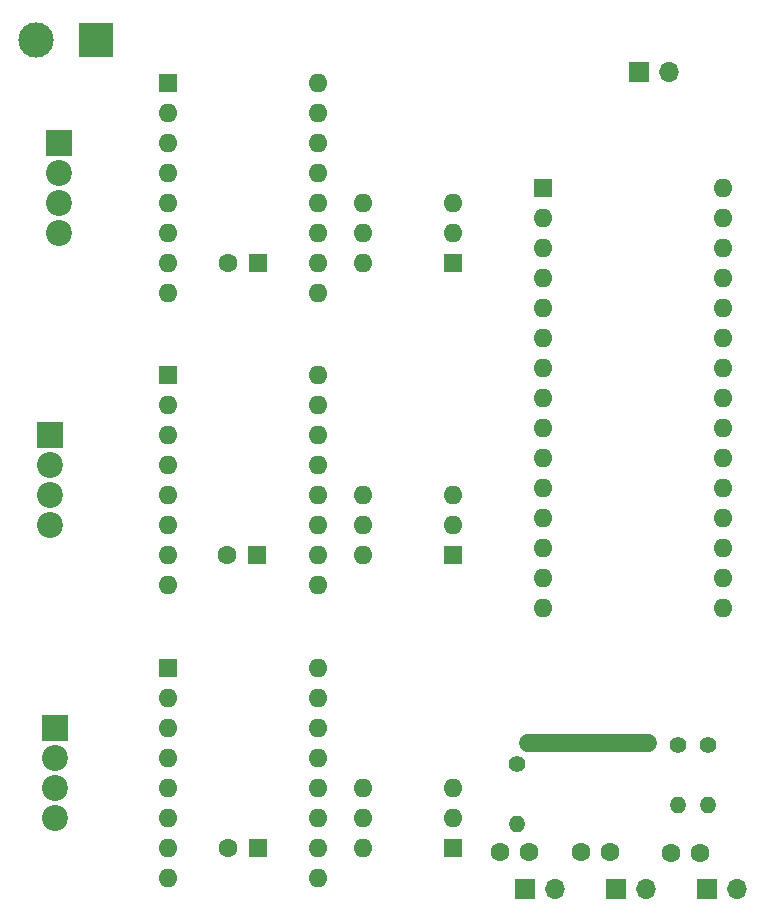
<source format=gbr>
G04 #@! TF.GenerationSoftware,KiCad,Pcbnew,5.0.0-rc2-dev-unknown-ccb668c~64~ubuntu18.04.1*
G04 #@! TF.CreationDate,2018-04-29T16:36:45+02:00*
G04 #@! TF.ProjectId,nano8825,6E616E6F383832352E6B696361645F70,rev?*
G04 #@! TF.SameCoordinates,Original*
G04 #@! TF.FileFunction,Copper,L1,Top,Signal*
G04 #@! TF.FilePolarity,Positive*
%FSLAX46Y46*%
G04 Gerber Fmt 4.6, Leading zero omitted, Abs format (unit mm)*
G04 Created by KiCad (PCBNEW 5.0.0-rc2-dev-unknown-ccb668c~64~ubuntu18.04.1) date Sun Apr 29 16:36:45 2018*
%MOMM*%
%LPD*%
G01*
G04 APERTURE LIST*
%ADD10O,1.700000X1.700000*%
%ADD11R,1.700000X1.700000*%
%ADD12R,2.200000X2.200000*%
%ADD13C,2.200000*%
%ADD14C,1.600000*%
%ADD15C,1.400000*%
%ADD16O,1.400000X1.400000*%
%ADD17R,1.600000X1.600000*%
%ADD18O,1.600000X1.600000*%
%ADD19R,3.000000X3.000000*%
%ADD20C,3.000000*%
%ADD21C,0.800000*%
%ADD22C,1.500000*%
G04 APERTURE END LIST*
D10*
X99540000Y-57500000D03*
D11*
X97000000Y-57500000D03*
X102750000Y-126700000D03*
D10*
X105290000Y-126700000D03*
X97615000Y-126700000D03*
D11*
X95075000Y-126700000D03*
X87400000Y-126700000D03*
D10*
X89940000Y-126700000D03*
D12*
X47600000Y-113030000D03*
D13*
X47600000Y-115570000D03*
X47600000Y-118110000D03*
X47600000Y-120650000D03*
X47950000Y-71150000D03*
X47950000Y-68610000D03*
X47950000Y-66070000D03*
D12*
X47950000Y-63530000D03*
X47200000Y-88280000D03*
D13*
X47200000Y-90820000D03*
X47200000Y-93360000D03*
X47200000Y-95900000D03*
D14*
X85250000Y-123550000D03*
X87750000Y-123550000D03*
X92100000Y-123550000D03*
X94600000Y-123550000D03*
X102200000Y-123650000D03*
X99700000Y-123650000D03*
D15*
X86700000Y-116120000D03*
D16*
X86700000Y-121200000D03*
X100300000Y-119550000D03*
D15*
X100300000Y-114470000D03*
X102900000Y-114470000D03*
D16*
X102900000Y-119550000D03*
D17*
X64770000Y-123190000D03*
D14*
X62270000Y-123190000D03*
D17*
X64770000Y-73660000D03*
D14*
X62270000Y-73660000D03*
X62150000Y-98450000D03*
D17*
X64650000Y-98450000D03*
X88900000Y-67310000D03*
D18*
X104140000Y-100330000D03*
X88900000Y-69850000D03*
X104140000Y-97790000D03*
X88900000Y-72390000D03*
X104140000Y-95250000D03*
X88900000Y-74930000D03*
X104140000Y-92710000D03*
X88900000Y-77470000D03*
X104140000Y-90170000D03*
X88900000Y-80010000D03*
X104140000Y-87630000D03*
X88900000Y-82550000D03*
X104140000Y-85090000D03*
X88900000Y-85090000D03*
X104140000Y-82550000D03*
X88900000Y-87630000D03*
X104140000Y-80010000D03*
X88900000Y-90170000D03*
X104140000Y-77470000D03*
X88900000Y-92710000D03*
X104140000Y-74930000D03*
X88900000Y-95250000D03*
X104140000Y-72390000D03*
X88900000Y-97790000D03*
X104140000Y-69850000D03*
X88900000Y-100330000D03*
X104140000Y-67310000D03*
X88900000Y-102870000D03*
X104140000Y-102870000D03*
D17*
X57150000Y-107950000D03*
D18*
X69850000Y-125730000D03*
X57150000Y-110490000D03*
X69850000Y-123190000D03*
X57150000Y-113030000D03*
X69850000Y-120650000D03*
X57150000Y-115570000D03*
X69850000Y-118110000D03*
X57150000Y-118110000D03*
X69850000Y-115570000D03*
X57150000Y-120650000D03*
X69850000Y-113030000D03*
X57150000Y-123190000D03*
X69850000Y-110490000D03*
X57150000Y-125730000D03*
X69850000Y-107950000D03*
X69850000Y-83185000D03*
X57150000Y-100965000D03*
X69850000Y-85725000D03*
X57150000Y-98425000D03*
X69850000Y-88265000D03*
X57150000Y-95885000D03*
X69850000Y-90805000D03*
X57150000Y-93345000D03*
X69850000Y-93345000D03*
X57150000Y-90805000D03*
X69850000Y-95885000D03*
X57150000Y-88265000D03*
X69850000Y-98425000D03*
X57150000Y-85725000D03*
X69850000Y-100965000D03*
D17*
X57150000Y-83185000D03*
X57150000Y-58420000D03*
D18*
X69850000Y-76200000D03*
X57150000Y-60960000D03*
X69850000Y-73660000D03*
X57150000Y-63500000D03*
X69850000Y-71120000D03*
X57150000Y-66040000D03*
X69850000Y-68580000D03*
X57150000Y-68580000D03*
X69850000Y-66040000D03*
X57150000Y-71120000D03*
X69850000Y-63500000D03*
X57150000Y-73660000D03*
X69850000Y-60960000D03*
X57150000Y-76200000D03*
X69850000Y-58420000D03*
D17*
X81280000Y-123190000D03*
D18*
X73660000Y-118110000D03*
X81280000Y-120650000D03*
X73660000Y-120650000D03*
X81280000Y-118110000D03*
X73660000Y-123190000D03*
X73650000Y-98430000D03*
X81270000Y-93350000D03*
X73650000Y-95890000D03*
X81270000Y-95890000D03*
X73650000Y-93350000D03*
D17*
X81270000Y-98430000D03*
X81280000Y-73660000D03*
D18*
X73660000Y-68580000D03*
X81280000Y-71120000D03*
X73660000Y-71120000D03*
X81280000Y-68580000D03*
X73660000Y-73660000D03*
D19*
X51050000Y-54800000D03*
D20*
X45970000Y-54800000D03*
D21*
X87630000Y-114300000D03*
X97790000Y-114300000D03*
D22*
X97790000Y-114300000D02*
X87630000Y-114300000D01*
M02*

</source>
